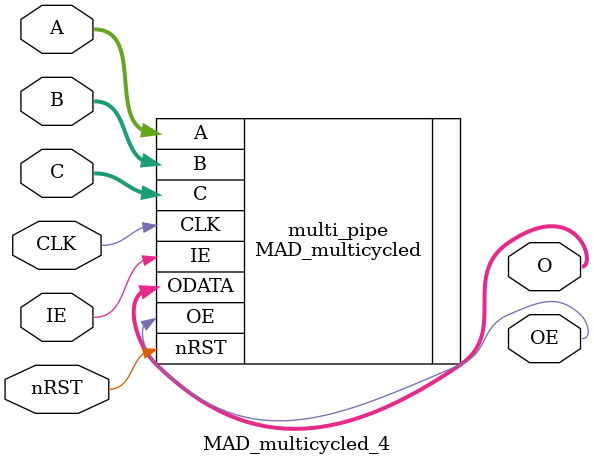
<source format=v>
`include "system_defines.vh"

module MAD_multicycled_4 (
	input					CLK,	// clock
	input					nRST,	// reset (active low)
	input					IE,		// input enable
	input	[31:0]			A,		// A
	input	[31:0]			B,		// B
	input	[31:0]			C,		// C
	output					OE,		// output enable
	output	[31:0]			O		// output
);

// definition & assignment ---------------------------------------------------

// implementation ------------------------------------------------------------
MAD_multicycled #(
	.CYCLE		(4)
) multi_pipe (
	.CLK		(CLK),
	.nRST		(nRST),
	.IE			(IE),
	.A			(A),
	.B			(B),
	.C			(C),
	.OE			(OE),
	.ODATA		(O)
);

endmodule

</source>
